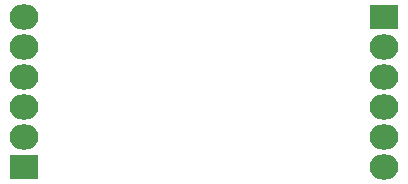
<source format=gbr>
G04 #@! TF.FileFunction,Soldermask,Bot*
%FSLAX46Y46*%
G04 Gerber Fmt 4.6, Leading zero omitted, Abs format (unit mm)*
G04 Created by KiCad (PCBNEW 4.0.2-stable) date Sunday, 27 May 2018 'pmt' 21:04:44*
%MOMM*%
G01*
G04 APERTURE LIST*
%ADD10C,0.100000*%
%ADD11R,2.432000X2.127200*%
%ADD12O,2.432000X2.127200*%
G04 APERTURE END LIST*
D10*
D11*
X153670000Y-111760000D03*
D12*
X153670000Y-109220000D03*
X153670000Y-106680000D03*
X153670000Y-104140000D03*
X153670000Y-101600000D03*
X153670000Y-99060000D03*
D11*
X184150000Y-99060000D03*
D12*
X184150000Y-101600000D03*
X184150000Y-104140000D03*
X184150000Y-106680000D03*
X184150000Y-109220000D03*
X184150000Y-111760000D03*
M02*

</source>
